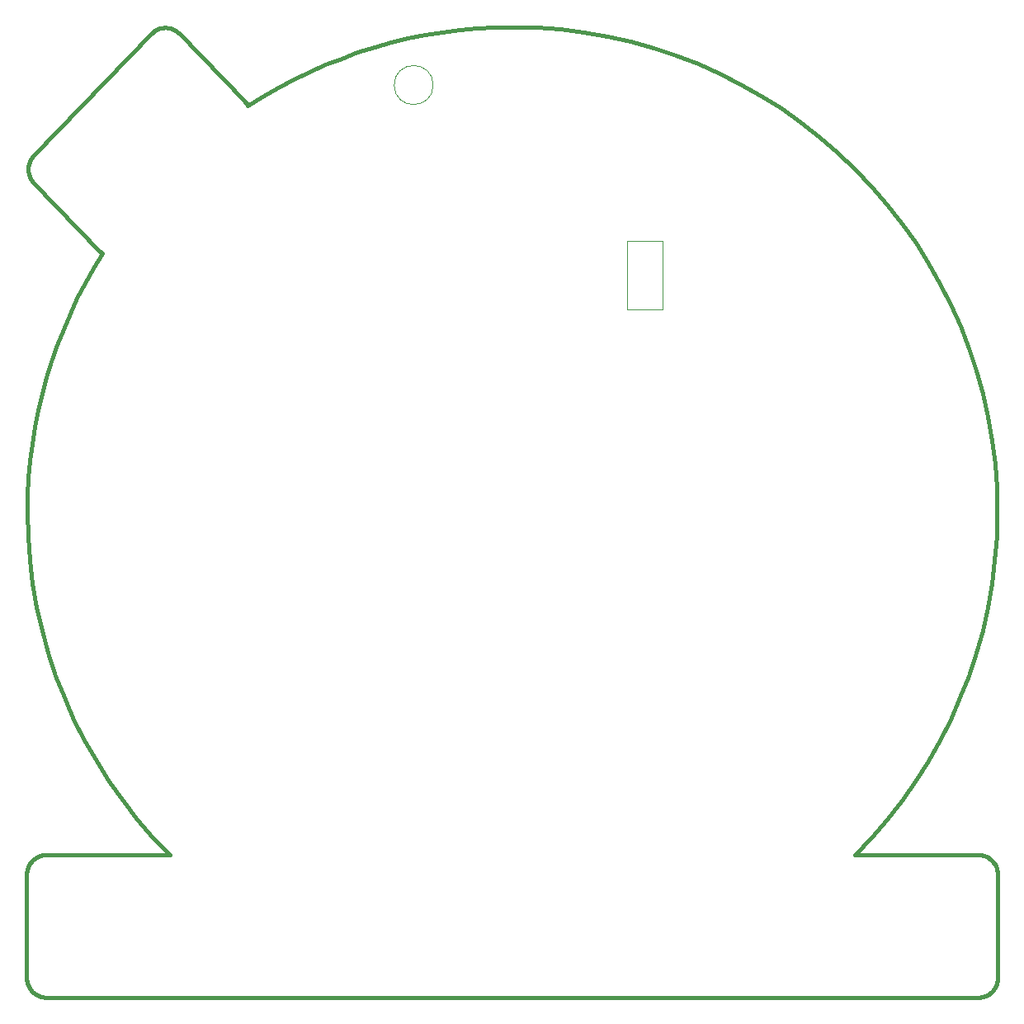
<source format=gbr>
%TF.GenerationSoftware,KiCad,Pcbnew,(6.0.7)*%
%TF.CreationDate,2022-09-07T20:17:08-07:00*%
%TF.ProjectId,DC31_Cnet_Badge_Rear,44433331-5f43-46e6-9574-5f4261646765,rev?*%
%TF.SameCoordinates,Original*%
%TF.FileFunction,Profile,NP*%
%FSLAX46Y46*%
G04 Gerber Fmt 4.6, Leading zero omitted, Abs format (unit mm)*
G04 Created by KiCad (PCBNEW (6.0.7)) date 2022-09-07 20:17:08*
%MOMM*%
%LPD*%
G01*
G04 APERTURE LIST*
%TA.AperFunction,Profile*%
%ADD10C,0.464309*%
%TD*%
%TA.AperFunction,Profile*%
%ADD11C,0.100000*%
%TD*%
%TA.AperFunction,Profile*%
%ADD12C,0.120000*%
%TD*%
G04 APERTURE END LIST*
D10*
X50732155Y-66029492D02*
X50791676Y-66108369D01*
X50431011Y-65411546D02*
X50461188Y-65505709D01*
X149083156Y-149354247D02*
X149155720Y-149291391D01*
X149770308Y-148214116D02*
X149787899Y-148115635D01*
X64886765Y-50362754D02*
X64792808Y-50340878D01*
X50212176Y-148115605D02*
X50229762Y-148214078D01*
X50405293Y-65315867D02*
X50431011Y-65411546D01*
X143905038Y-76564588D02*
X142707878Y-74447796D01*
X121264952Y-55003747D02*
X119045309Y-54020284D01*
X92835825Y-50762263D02*
X91069696Y-51054729D01*
X57879847Y-73419272D02*
X57911782Y-73444397D01*
X51884339Y-149787881D02*
X51984422Y-149800609D01*
X50922425Y-63383679D02*
X50922425Y-63383679D01*
X50191738Y-147913981D02*
X50199460Y-148015531D01*
X51785979Y-135229769D02*
X51689226Y-135252103D01*
X148115635Y-149787899D02*
X148214116Y-149770308D01*
X50279074Y-136594308D02*
X50252121Y-136689207D01*
X149800635Y-136984545D02*
X149787918Y-136884471D01*
X58627816Y-127613237D02*
X60035011Y-129609985D01*
X50645848Y-135916920D02*
X50586478Y-135992467D01*
X135191277Y-64808575D02*
X133402982Y-63106793D01*
X52085981Y-149808344D02*
X52188892Y-149810959D01*
X63654116Y-50456140D02*
X63566356Y-50496291D01*
X50530720Y-136070874D02*
X50478701Y-136152013D01*
X109754488Y-51197084D02*
X107349117Y-50777396D01*
X50461188Y-65505709D02*
X50495758Y-65598187D01*
X50189136Y-147811081D02*
X50189136Y-147811081D01*
X63743667Y-50420454D02*
X63654116Y-50456140D01*
X129608896Y-59997562D02*
X127611263Y-58593493D01*
X148678198Y-135386412D02*
X148589616Y-135346356D01*
X63396856Y-50589714D02*
X63315438Y-50642848D01*
X50676626Y-63693155D02*
X50625154Y-63777232D01*
X149225260Y-135774975D02*
X149155810Y-135708756D01*
X148310869Y-149747973D02*
X148405768Y-149721021D01*
X64116558Y-50323743D02*
X64021454Y-50340878D01*
X50478701Y-136152013D02*
X50430546Y-136235760D01*
X135144157Y-135189117D02*
X136849096Y-133402288D01*
X51410480Y-149653720D02*
X51501293Y-149689535D01*
X147811203Y-135189117D02*
X147811203Y-135189117D01*
X139964653Y-129610560D02*
X141371878Y-127613826D01*
X149613768Y-136322053D02*
X149569608Y-136235828D01*
X149810959Y-137188995D02*
X149810959Y-137188995D01*
X96401340Y-50368222D02*
X94613597Y-50533261D01*
X50189136Y-137188995D02*
X50189136Y-147811081D01*
X149521393Y-148848063D02*
X149569549Y-148764317D01*
X50232025Y-100000042D02*
X50232025Y-100000042D01*
X149704415Y-102468959D02*
X149768082Y-100000050D01*
X77560515Y-55619315D02*
X75974434Y-56460513D01*
X143876738Y-123439032D02*
X144970979Y-121269138D01*
X50480581Y-104920734D02*
X50785105Y-107351683D01*
X63236456Y-50700171D02*
X63160073Y-50761614D01*
X65798519Y-50896586D02*
X65798519Y-50896586D01*
X51785860Y-149770283D02*
X51884339Y-149787881D01*
X57944217Y-73468851D02*
X57944217Y-73468851D01*
X94613597Y-50533261D02*
X92835825Y-50762263D01*
X50676626Y-65947931D02*
X50732155Y-66029492D01*
X135144157Y-135189117D02*
X135144157Y-135189117D01*
X50518906Y-94743404D02*
X50361722Y-96488423D01*
X149354247Y-149083156D02*
X149413617Y-149007609D01*
X72663802Y-57991850D02*
X72620382Y-57942239D01*
X57029961Y-74971839D02*
X56171224Y-76502791D01*
X52726179Y-84522501D02*
X52210068Y-86188528D01*
X72575367Y-57894091D02*
X72575367Y-57894091D01*
X51501293Y-149689535D02*
X51594211Y-149720985D01*
X149706914Y-97532163D02*
X149524544Y-95081030D01*
X52188892Y-149810959D02*
X52188892Y-149810959D01*
X50625154Y-63777232D02*
X50577808Y-63863660D01*
X50386327Y-148678023D02*
X50430487Y-148764249D01*
X72889048Y-58317841D02*
X72855865Y-58260352D01*
X51410592Y-135346310D02*
X51322008Y-135386361D01*
X148214116Y-149770308D02*
X148310869Y-149747973D01*
X50844376Y-135708686D02*
X50774922Y-135774903D01*
X149787899Y-148115635D02*
X149800622Y-148015552D01*
X51235672Y-149569494D02*
X51321897Y-149613664D01*
X63927497Y-50362754D02*
X63834848Y-50389302D01*
X136849096Y-133402288D02*
X138456493Y-131541408D01*
X50774922Y-135774903D02*
X50708704Y-135844357D01*
X100000050Y-50232027D02*
X98197382Y-50267644D01*
X50495758Y-64042899D02*
X50461188Y-64135378D01*
X148015552Y-149800622D02*
X148115635Y-149787899D01*
X149810959Y-147811081D02*
X149810959Y-147811081D01*
X89316883Y-51410161D02*
X87579058Y-51828059D01*
X54622120Y-79642359D02*
X53932658Y-81247859D01*
X149810959Y-137188995D02*
X149808357Y-137086095D01*
X50430487Y-148764249D02*
X50478638Y-148847993D01*
X50992487Y-135586459D02*
X50916939Y-135645829D01*
X50346281Y-148589442D02*
X50386327Y-148678023D01*
X51984543Y-135199454D02*
X51884460Y-135212177D01*
X50199472Y-136984524D02*
X50191744Y-137086084D01*
X51235779Y-135430527D02*
X51152032Y-135478683D01*
X50625154Y-65863854D02*
X50676626Y-65947931D01*
X149748004Y-136689252D02*
X149721057Y-136594359D01*
X99999874Y-50232033D02*
X99999874Y-50232033D01*
X149521457Y-136152083D02*
X149469443Y-136070946D01*
X50348349Y-64719777D02*
X50345930Y-64820543D01*
X75974434Y-56460513D02*
X74416721Y-57360188D01*
X51689108Y-149747942D02*
X51785860Y-149770283D01*
X116780361Y-53146196D02*
X114474189Y-52383174D01*
X50855122Y-63456690D02*
X50791676Y-63532717D01*
X50361722Y-96488423D02*
X50265944Y-98241155D01*
X74416721Y-57360188D02*
X72889048Y-58317841D01*
X57699272Y-73254911D02*
X57728006Y-73283884D01*
X65498824Y-50642848D02*
X65417406Y-50589714D01*
X125552008Y-57292041D02*
X123435211Y-56094896D01*
X127611263Y-58593493D02*
X125552008Y-57292041D01*
X63160073Y-50761614D02*
X63086448Y-50827109D01*
X57817515Y-73367045D02*
X57848421Y-73393485D01*
X50495758Y-65598187D02*
X50534654Y-65688815D01*
X57728006Y-73283884D02*
X57757297Y-73312236D01*
X53165256Y-116784213D02*
X54042323Y-119049110D01*
X52189014Y-135189117D02*
X52086103Y-135191726D01*
X141406411Y-72388548D02*
X140002328Y-70390923D01*
X147811081Y-149810959D02*
X147913992Y-149808351D01*
X57911782Y-73444397D02*
X57944217Y-73468851D01*
X82472236Y-53451565D02*
X80811088Y-54114342D01*
X149524544Y-95081030D02*
X149222660Y-92650730D01*
X50189136Y-147811081D02*
X50191738Y-147913981D01*
X72705595Y-58042881D02*
X72663802Y-57991850D01*
X50844285Y-149291321D02*
X50916845Y-149354179D01*
X72745730Y-58095290D02*
X72705595Y-58042881D01*
X149613715Y-148678088D02*
X149653766Y-148589503D01*
X148214236Y-135229793D02*
X148115756Y-135212196D01*
X50384100Y-64422250D02*
X50367501Y-64520464D01*
X136893071Y-66596857D02*
X135191277Y-64808575D01*
X57699272Y-73254911D02*
X57699272Y-73254911D01*
X50992389Y-149413552D02*
X51070792Y-149469312D01*
X51594211Y-149720985D02*
X51689108Y-149747942D01*
X50229787Y-136785960D02*
X50212195Y-136884441D01*
X147913992Y-149808351D02*
X148015552Y-149800622D01*
X149155720Y-149291391D02*
X149225173Y-149225173D01*
X52086103Y-135191726D02*
X51984543Y-135199454D01*
X50732155Y-63611594D02*
X50676626Y-63693155D01*
X50577808Y-63863660D02*
X50534654Y-63952271D01*
X148498803Y-135310541D02*
X148405885Y-135279092D01*
X55028810Y-121268544D02*
X56123019Y-123438433D01*
X50310518Y-136501388D02*
X50279074Y-136594308D01*
X148678088Y-149613715D02*
X148764317Y-149569549D01*
X72620382Y-57942239D02*
X72575367Y-57894091D01*
X149768082Y-100000050D02*
X149706914Y-97532163D01*
X50355562Y-65021392D02*
X50367501Y-65120623D01*
X149653766Y-148589503D02*
X149689576Y-148498688D01*
X51321897Y-149613664D02*
X51410480Y-149653720D01*
X148764424Y-135430582D02*
X148678198Y-135386412D01*
X60035011Y-129609985D02*
X61543142Y-131540852D01*
X65727815Y-50827109D02*
X65654190Y-50761614D01*
X85857894Y-52307925D02*
X84155062Y-52849260D01*
X147811203Y-135189117D02*
X135144157Y-135189117D01*
X148929304Y-135530764D02*
X148848168Y-135478742D01*
X145957500Y-119049688D02*
X146834601Y-116784767D01*
X140002328Y-70390923D02*
X138497318Y-68458999D01*
X51151928Y-149521335D02*
X51235672Y-149569494D01*
X149007609Y-149413617D02*
X149083156Y-149354247D01*
X53932658Y-81247859D02*
X53300527Y-82875092D01*
X50645770Y-149083084D02*
X50708622Y-149155647D01*
X51884460Y-135212177D02*
X51785979Y-135229769D01*
X50367501Y-65120623D02*
X50384100Y-65218837D01*
X51501407Y-135310500D02*
X51410592Y-135346310D01*
X147616827Y-85525617D02*
X146853787Y-83219439D01*
X54042323Y-119049110D02*
X55028810Y-121268544D01*
X72820897Y-58204069D02*
X72784175Y-58149034D01*
X149747973Y-148310869D02*
X149770308Y-148214116D01*
X146834601Y-116784767D02*
X147600588Y-114478457D01*
X50855122Y-66184396D02*
X50922425Y-66257406D01*
X149569549Y-148764317D02*
X149613715Y-148678088D01*
X50785105Y-107351683D02*
X51207531Y-109757590D01*
X149787918Y-136884471D02*
X149770333Y-136785998D01*
X51354366Y-89570203D02*
X51015680Y-91282736D01*
X142676472Y-125555289D02*
X143876738Y-123439032D01*
X114474189Y-52383174D02*
X112130872Y-51732907D01*
X50737043Y-93007656D02*
X50518906Y-94743404D01*
X50791676Y-66108369D02*
X50855122Y-66184396D01*
X72855865Y-58260352D02*
X72820897Y-58204069D01*
X64601617Y-50311418D02*
X64504705Y-50303973D01*
X50191744Y-137086084D02*
X50189136Y-137188995D01*
X148015673Y-135199467D02*
X147914114Y-135191732D01*
X51070792Y-149469312D02*
X51151928Y-149521335D01*
X50461188Y-64135378D02*
X50431011Y-64229540D01*
X148405768Y-149721021D02*
X148498688Y-149689576D01*
X123435211Y-56094896D02*
X121264952Y-55003747D01*
X149569608Y-136235828D02*
X149521457Y-136152083D01*
X149721021Y-148405768D02*
X149747973Y-148310869D01*
X63015743Y-50896586D02*
X63015743Y-50896586D01*
X147600588Y-114478457D02*
X148253764Y-112134839D01*
X149155810Y-135708756D02*
X149083251Y-135645897D01*
X63015743Y-50896586D02*
X50922425Y-63383679D01*
X50212195Y-136884441D02*
X50199472Y-136984524D01*
X56171224Y-76502791D02*
X55368459Y-78060150D01*
X135191277Y-64808575D02*
X135191277Y-64808575D01*
X149800622Y-148015552D02*
X149808351Y-147913992D01*
X50916939Y-135645829D02*
X50844376Y-135708686D01*
X149354325Y-135916993D02*
X149291473Y-135844429D01*
X51152032Y-135478683D02*
X51070893Y-135530702D01*
X64855423Y-135188606D02*
X52189014Y-135189117D01*
X72889048Y-58317841D02*
X72889048Y-58317841D01*
X61543142Y-131540852D02*
X63150511Y-133401754D01*
X65417406Y-50589714D02*
X65333713Y-50540839D01*
X80811088Y-54114342D02*
X79173290Y-54837091D01*
X64792808Y-50340878D02*
X64697705Y-50323743D01*
X57787137Y-73339959D02*
X57817515Y-73367045D01*
X149653814Y-136410634D02*
X149613768Y-136322053D01*
X149225173Y-149225173D02*
X149291391Y-149155720D01*
X51015680Y-91282736D02*
X50737043Y-93007656D01*
X50534654Y-63952271D02*
X50495758Y-64042899D01*
X50774836Y-149225101D02*
X50844285Y-149291321D01*
X148589503Y-149653766D02*
X148678088Y-149613715D01*
X149689576Y-148498688D02*
X149721021Y-148405768D01*
X148267112Y-87868944D02*
X147616827Y-85525617D01*
X50530652Y-148929131D02*
X50586405Y-149007536D01*
X148310987Y-135252134D02*
X148214236Y-135229793D01*
X64979415Y-50389302D02*
X64886765Y-50362754D01*
X52189014Y-135189117D02*
X52189014Y-135189117D01*
X148589616Y-135346356D02*
X148498803Y-135310541D01*
X64407131Y-50301476D02*
X64407131Y-50301476D01*
X53300527Y-82875092D02*
X52726179Y-84522501D01*
X148405885Y-135279092D02*
X148310987Y-135252134D01*
X51746163Y-112134369D02*
X52399303Y-114477939D01*
X51689226Y-135252103D02*
X51594327Y-135279056D01*
X50922425Y-66257406D02*
X57699272Y-73254911D01*
X65654190Y-50761614D02*
X65577806Y-50700171D01*
X50265944Y-98241155D02*
X50232025Y-100000042D01*
X50916845Y-149354179D02*
X50992389Y-149413552D01*
X50252091Y-148310824D02*
X50279037Y-148405717D01*
X149291473Y-135844429D02*
X149225260Y-135774975D01*
X64697705Y-50323743D02*
X64601617Y-50311418D01*
X148848063Y-149521393D02*
X148929203Y-149469374D01*
X50586478Y-135992467D02*
X50530720Y-136070874D01*
X147811081Y-149810959D02*
X147811081Y-149810959D01*
X52188892Y-149810959D02*
X147811081Y-149810959D01*
X57757297Y-73312236D02*
X57787137Y-73339959D01*
X91069696Y-51054729D02*
X89316883Y-51410161D01*
X65160146Y-50456140D02*
X65070596Y-50420454D01*
X72575367Y-57894091D02*
X65798519Y-50896586D01*
X50384100Y-65218837D02*
X50405293Y-65315867D01*
X98197382Y-50267644D02*
X96401340Y-50368222D01*
X64309557Y-50303973D02*
X64212646Y-50311418D01*
X63315438Y-50642848D02*
X63236456Y-50700171D01*
X50232025Y-100000042D02*
X50295655Y-102468826D01*
X55368459Y-78060150D02*
X54622120Y-79642359D01*
X149469374Y-148929203D02*
X149521393Y-148848063D01*
X145979683Y-80954489D02*
X144996203Y-78734846D01*
X50922425Y-63383679D02*
X50855122Y-63456690D01*
X64212646Y-50311418D02*
X64116558Y-50323743D01*
X50345930Y-64820543D02*
X50348350Y-64921310D01*
X50431011Y-64229540D02*
X50405292Y-64325220D01*
X149689619Y-136501445D02*
X149653814Y-136410634D01*
X149413691Y-135992540D02*
X149354325Y-135916993D01*
X56123019Y-123438433D02*
X57323253Y-125554692D01*
X50367501Y-64520464D02*
X50355562Y-64619695D01*
X142707878Y-74447796D02*
X141406411Y-72388548D01*
X149808357Y-137086095D02*
X149800635Y-136984545D01*
X84155062Y-52849260D02*
X82472236Y-53451565D01*
X51207531Y-109757590D02*
X51746163Y-112134369D01*
X149768082Y-100000050D02*
X149768082Y-100000050D01*
X102467731Y-50293180D02*
X99999874Y-50232033D01*
X148792431Y-109757998D02*
X149214893Y-107352016D01*
X50295655Y-102468826D02*
X50480581Y-104920734D01*
X57848421Y-73393485D02*
X57879847Y-73419272D01*
X50577808Y-65777426D02*
X50625154Y-65863854D01*
X64504705Y-50303973D02*
X64407131Y-50301476D01*
X50534654Y-65688815D02*
X50577808Y-65777426D01*
X104918838Y-50475531D02*
X102467731Y-50293180D01*
X99999874Y-50232033D02*
X100000050Y-50232027D01*
X65070596Y-50420454D02*
X64979415Y-50389302D01*
D11*
X91900000Y-56200000D02*
G75*
G03*
X91900000Y-56200000I-2000000J0D01*
G01*
D10*
X50405292Y-64325220D02*
X50384100Y-64422250D01*
X57323253Y-125554692D02*
X58627816Y-127613237D01*
X148115756Y-135212196D02*
X148015673Y-135199467D01*
X50430546Y-136235760D02*
X50386380Y-136321988D01*
X50199460Y-148015531D02*
X50212176Y-148115605D01*
X148498688Y-149689576D02*
X148589503Y-149653766D01*
X149222660Y-92650730D02*
X148802953Y-90245341D01*
X50586405Y-149007536D02*
X50645770Y-149083084D01*
X50708622Y-149155647D02*
X50774836Y-149225101D01*
X50189136Y-137188995D02*
X50189136Y-137188995D01*
X64407131Y-50301476D02*
X64309557Y-50303973D01*
X64021454Y-50340878D02*
X63927497Y-50362754D01*
X51752646Y-87871614D02*
X51354366Y-89570203D01*
X57944217Y-73468851D02*
X57029961Y-74971839D01*
X52210068Y-86188528D02*
X51752646Y-87871614D01*
X149519453Y-104920975D02*
X149704415Y-102468959D01*
X65333713Y-50540839D02*
X65247906Y-50496291D01*
X51322008Y-135386361D02*
X51235779Y-135430527D01*
X87579058Y-51828059D02*
X85857894Y-52307925D01*
X52399303Y-114477939D02*
X53165256Y-116784213D01*
X50252121Y-136689207D02*
X50229787Y-136785960D01*
X50229762Y-148214078D02*
X50252091Y-148310824D01*
X149291391Y-149155720D02*
X149354247Y-149083156D01*
X149413617Y-149007609D02*
X149469374Y-148929203D01*
X51070893Y-135530702D02*
X50992487Y-135586459D01*
X146853787Y-83219439D02*
X145979683Y-80954489D01*
X138456493Y-131541408D02*
X139964653Y-129610560D01*
X72784175Y-58149034D02*
X72745730Y-58095290D01*
X144970979Y-121269138D02*
X145957500Y-119049688D01*
X50708704Y-135844357D02*
X50645848Y-135916920D01*
X144996203Y-78734846D02*
X143905038Y-76564588D01*
X149721057Y-136594359D02*
X149689619Y-136501445D01*
X50348350Y-64921310D02*
X50355562Y-65021392D01*
X63834848Y-50389302D02*
X63743667Y-50420454D01*
X50922425Y-66257406D02*
X50922425Y-66257406D01*
X63566356Y-50496291D02*
X63480549Y-50540839D01*
X149770333Y-136785998D02*
X149748004Y-136689252D01*
X119045309Y-54020284D02*
X116780361Y-53146196D01*
X147914114Y-135191732D02*
X147811203Y-135189117D01*
X141371878Y-127613826D02*
X142676472Y-125555289D01*
X112130872Y-51732907D02*
X109754488Y-51197084D01*
X148253764Y-112134839D02*
X148792431Y-109757998D01*
X51984422Y-149800609D02*
X52085981Y-149808344D01*
X50346328Y-136410573D02*
X50310518Y-136501388D01*
X65798519Y-50896586D02*
X65727815Y-50827109D01*
X50279037Y-148405717D02*
X50310476Y-148498632D01*
X50791676Y-63532717D02*
X50732155Y-63611594D01*
X149214893Y-107352016D02*
X149519453Y-104920975D01*
X133402982Y-63106793D02*
X131540829Y-61502559D01*
X149808351Y-147913992D02*
X149810959Y-147811081D01*
X63480549Y-50540839D02*
X63396856Y-50589714D01*
X50345930Y-64820543D02*
X50345930Y-64820543D01*
X131540829Y-61502559D02*
X129608896Y-59997562D01*
X63150511Y-133401754D02*
X64855423Y-135188606D01*
X149007707Y-135586525D02*
X148929304Y-135530764D01*
X51594327Y-135279056D02*
X51501407Y-135310500D01*
X138497318Y-68458999D02*
X136893071Y-66596857D01*
X107349117Y-50777396D02*
X104918838Y-50475531D01*
X148848168Y-135478742D02*
X148764424Y-135430582D01*
X149469443Y-136070946D02*
X149413691Y-135992540D01*
X149083251Y-135645897D02*
X149007707Y-135586525D01*
X148802953Y-90245341D02*
X148267112Y-87868944D01*
X65247906Y-50496291D02*
X65160146Y-50456140D01*
X50310476Y-148498632D02*
X50346281Y-148589442D01*
X148929203Y-149469374D02*
X149007609Y-149413617D01*
X50478638Y-148847993D02*
X50530652Y-148929131D01*
X148764317Y-149569549D02*
X148848063Y-149521393D01*
X50355562Y-64619695D02*
X50348349Y-64719777D01*
X63086448Y-50827109D02*
X63015743Y-50896586D01*
X65577806Y-50700171D02*
X65498824Y-50642848D01*
X50386380Y-136321988D02*
X50346328Y-136410573D01*
X79173290Y-54837091D02*
X77560515Y-55619315D01*
X64855423Y-135188606D02*
X64855423Y-135188606D01*
X149810959Y-147811081D02*
X149810959Y-137188995D01*
D12*
%TO.C,U1*%
X111800000Y-72220000D02*
X115400000Y-72220000D01*
X115400000Y-72220000D02*
X115400000Y-79220000D01*
X115400000Y-79220000D02*
X111800000Y-79220000D01*
X111800000Y-79220000D02*
X111800000Y-72220000D01*
%TD*%
M02*

</source>
